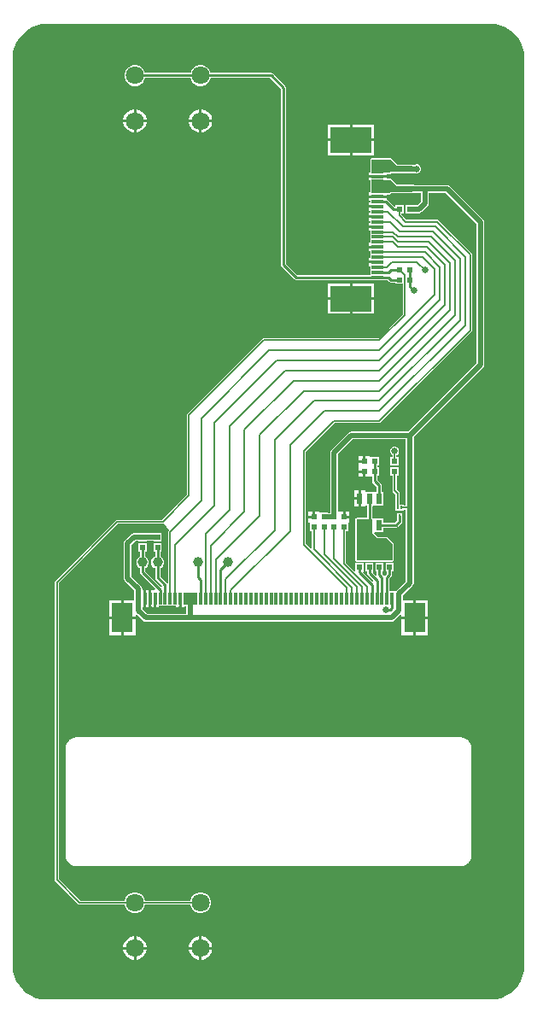
<source format=gbr>
%TF.GenerationSoftware,Altium Limited,Altium Designer,22.5.1 (42)*%
G04 Layer_Physical_Order=2*
G04 Layer_Color=15441517*
%FSLAX45Y45*%
%MOMM*%
%TF.SameCoordinates,2641221E-3FAC-4475-AA3C-923D0AF84551*%
%TF.FilePolarity,Positive*%
%TF.FileFunction,Copper,L2,Bot,Signal*%
%TF.Part,Single*%
G01*
G75*
%TA.AperFunction,Conductor*%
%ADD10C,0.50800*%
%ADD11C,0.12700*%
%TA.AperFunction,ComponentPad*%
%ADD12C,1.80000*%
%TA.AperFunction,WasherPad*%
%ADD13C,6.50000*%
%TA.AperFunction,ViaPad*%
%ADD14C,0.64000*%
%TA.AperFunction,SMDPad,CuDef*%
%ADD15R,0.55000X0.60000*%
%ADD16R,0.30000X1.20000*%
%ADD17R,0.60000X1.10000*%
%ADD18C,1.00000*%
%ADD19R,0.60000X0.55000*%
%ADD20R,0.20000X0.34000*%
%ADD21R,0.26000X0.34000*%
%ADD22R,4.10000X2.50000*%
%ADD23R,1.20000X0.30000*%
%ADD24R,2.10000X3.00000*%
%ADD25R,0.60000X0.60000*%
%TA.AperFunction,Conductor*%
%ADD26C,0.25400*%
%ADD27C,0.17780*%
%ADD28R,1.30000X1.20000*%
G36*
X2252650Y4832925D02*
X2304004Y4820596D01*
X2352798Y4800385D01*
X2397829Y4772790D01*
X2437989Y4738490D01*
X2472288Y4698330D01*
X2499883Y4653299D01*
X2520094Y4604506D01*
X2532423Y4553152D01*
X2535572Y4513143D01*
X2535711Y4500501D01*
D01*
X2535712Y4487811D01*
Y-4486809D01*
X2535711Y-4499499D01*
X2535711D01*
X2535572Y-4512141D01*
X2532423Y-4552150D01*
X2520094Y-4603504D01*
X2499883Y-4652298D01*
X2472288Y-4697329D01*
X2437989Y-4737488D01*
X2397829Y-4771788D01*
X2352798Y-4799383D01*
X2304004Y-4819594D01*
X2252650Y-4831923D01*
X2201734Y-4835930D01*
X2199999Y-4835212D01*
X-2200001D01*
X-2201736Y-4835930D01*
X-2252652Y-4831923D01*
X-2304006Y-4819594D01*
X-2352799Y-4799383D01*
X-2397830Y-4771788D01*
X-2437990Y-4737488D01*
X-2472290Y-4697329D01*
X-2499885Y-4652298D01*
X-2520096Y-4603504D01*
X-2532425Y-4552150D01*
X-2536432Y-4501235D01*
X-2535713Y-4499499D01*
X-2535713Y4500501D01*
X-2536432Y4502236D01*
X-2532425Y4553152D01*
X-2520096Y4604506D01*
X-2499885Y4653299D01*
X-2472290Y4698330D01*
X-2437990Y4738490D01*
X-2397830Y4772790D01*
X-2352799Y4800385D01*
X-2304006Y4820596D01*
X-2252652Y4832925D01*
X-2201736Y4836932D01*
X-2200001Y4836213D01*
X2199999D01*
X2201734Y4836932D01*
X2252650Y4832925D01*
D02*
G37*
%LPC*%
G36*
X-661479Y4427700D02*
X-688521D01*
X-714641Y4420701D01*
X-738059Y4407180D01*
X-757180Y4388059D01*
X-770701Y4364641D01*
X-774384Y4350898D01*
X-1225617D01*
X-1229299Y4364641D01*
X-1242820Y4388059D01*
X-1261941Y4407180D01*
X-1285359Y4420701D01*
X-1311479Y4427700D01*
X-1338521D01*
X-1364641Y4420701D01*
X-1388059Y4407180D01*
X-1407181Y4388059D01*
X-1420701Y4364641D01*
X-1427700Y4338521D01*
Y4311479D01*
X-1420701Y4285359D01*
X-1407181Y4261941D01*
X-1388059Y4242820D01*
X-1364641Y4229299D01*
X-1338521Y4222300D01*
X-1311479D01*
X-1285359Y4229299D01*
X-1261941Y4242820D01*
X-1242820Y4261941D01*
X-1229299Y4285359D01*
X-1225617Y4299102D01*
X-774384D01*
X-770701Y4285359D01*
X-757180Y4261941D01*
X-738059Y4242820D01*
X-714641Y4229299D01*
X-688521Y4222300D01*
X-661479D01*
X-635359Y4229299D01*
X-611941Y4242820D01*
X-592819Y4261941D01*
X-579299Y4285359D01*
X-575616Y4299102D01*
X16120D01*
X124102Y4191120D01*
Y2450000D01*
X126074Y2440089D01*
X131688Y2431688D01*
X256688Y2306688D01*
X265089Y2301074D01*
X275000Y2299102D01*
X1009800D01*
Y2297300D01*
X1155200D01*
Y2299102D01*
X1178026D01*
X1195441Y2281688D01*
X1203843Y2276074D01*
X1213753Y2274102D01*
X1257300D01*
Y2259800D01*
X1330242D01*
Y1957711D01*
X1091954Y1719423D01*
X-49999D01*
X-50000Y1719423D01*
X-57433Y1717944D01*
X-63734Y1713734D01*
X-802197Y975272D01*
X-806407Y968970D01*
X-807886Y961537D01*
Y169583D01*
X-1058045Y-80577D01*
X-1500000D01*
X-1507433Y-82055D01*
X-1513734Y-86266D01*
X-2113734Y-686266D01*
X-2117945Y-692567D01*
X-2119423Y-700000D01*
Y-3650000D01*
X-2117945Y-3657433D01*
X-2113734Y-3663734D01*
X-1888735Y-3888734D01*
X-1882433Y-3892944D01*
X-1875000Y-3894423D01*
X-1426119D01*
X-1420701Y-3914641D01*
X-1407181Y-3938059D01*
X-1388059Y-3957180D01*
X-1364641Y-3970701D01*
X-1338521Y-3977700D01*
X-1311479D01*
X-1285359Y-3970701D01*
X-1261941Y-3957180D01*
X-1242820Y-3938059D01*
X-1229299Y-3914641D01*
X-1223882Y-3894423D01*
X-776118D01*
X-770701Y-3914641D01*
X-757180Y-3938059D01*
X-738059Y-3957180D01*
X-714641Y-3970701D01*
X-688521Y-3977700D01*
X-661479D01*
X-635359Y-3970701D01*
X-611941Y-3957180D01*
X-592819Y-3938059D01*
X-579299Y-3914641D01*
X-572300Y-3888521D01*
Y-3861479D01*
X-579299Y-3835359D01*
X-592819Y-3811941D01*
X-611941Y-3792819D01*
X-635359Y-3779299D01*
X-661479Y-3772300D01*
X-688521D01*
X-714641Y-3779299D01*
X-738059Y-3792819D01*
X-757180Y-3811941D01*
X-770701Y-3835359D01*
X-776118Y-3855577D01*
X-1223882D01*
X-1229299Y-3835359D01*
X-1242820Y-3811941D01*
X-1261941Y-3792819D01*
X-1285359Y-3779299D01*
X-1311479Y-3772300D01*
X-1338521D01*
X-1364641Y-3779299D01*
X-1388059Y-3792819D01*
X-1407181Y-3811941D01*
X-1420701Y-3835359D01*
X-1426119Y-3855577D01*
X-1866955D01*
X-2080577Y-3641955D01*
Y-708046D01*
X-1491955Y-119423D01*
X-1050000D01*
X-1042567Y-117945D01*
X-1038424Y-115176D01*
X-986886Y-182739D01*
X-988734Y-184587D01*
X-992944Y-190888D01*
X-994423Y-198321D01*
Y-702183D01*
X-1005255Y-706161D01*
X-1007123Y-706252D01*
X-1074103Y-639272D01*
Y-557139D01*
X-1064484Y-553154D01*
X-1046846Y-535517D01*
X-1037300Y-512472D01*
Y-487528D01*
X-1046846Y-464483D01*
X-1064484Y-446846D01*
X-1074103Y-442861D01*
Y-392699D01*
X-1059800D01*
Y-307300D01*
X-1140200D01*
Y-392699D01*
X-1125898D01*
Y-442861D01*
X-1135517Y-446846D01*
X-1153154Y-464483D01*
X-1162700Y-487528D01*
Y-512472D01*
X-1153154Y-535517D01*
X-1135517Y-553154D01*
X-1125898Y-557139D01*
Y-649999D01*
X-1123926Y-659910D01*
X-1118312Y-668312D01*
X-1053840Y-732784D01*
X-1054850Y-740565D01*
X-1068091Y-745285D01*
X-1224102Y-589273D01*
Y-557139D01*
X-1214483Y-553154D01*
X-1196846Y-535517D01*
X-1187300Y-512472D01*
Y-487528D01*
X-1196846Y-464483D01*
X-1214483Y-446846D01*
X-1224102Y-442861D01*
Y-392699D01*
X-1209800D01*
Y-307300D01*
X-1290200D01*
Y-392699D01*
X-1275898D01*
Y-442861D01*
X-1285517Y-446846D01*
X-1303154Y-464483D01*
X-1312700Y-487528D01*
Y-512472D01*
X-1303154Y-535517D01*
X-1285517Y-553154D01*
X-1275898Y-557139D01*
Y-600000D01*
X-1273926Y-609911D01*
X-1268312Y-618312D01*
X-1123758Y-762867D01*
X-1128618Y-774600D01*
X-1162300D01*
Y-860000D01*
Y-945400D01*
X-1137700D01*
Y-860000D01*
X-1112300D01*
Y-945400D01*
X-1084600D01*
Y-932700D01*
X-915400D01*
Y-945400D01*
X-887700D01*
Y-860000D01*
X-862300D01*
Y-945400D01*
X-834600D01*
Y-933747D01*
X-813846D01*
Y-1011153D01*
X-1202653D01*
X-1252485Y-961322D01*
Y-945400D01*
X-1237700D01*
Y-860000D01*
Y-774600D01*
X-1252485D01*
Y-762828D01*
X-1255442Y-747962D01*
X-1263863Y-735359D01*
X-1361153Y-638069D01*
Y-329337D01*
X-1320663Y-288847D01*
X-1290200D01*
Y-292700D01*
X-1209800D01*
Y-288847D01*
X-1140200D01*
Y-292700D01*
X-1059800D01*
Y-207300D01*
X-1140200D01*
Y-211154D01*
X-1209800D01*
Y-207300D01*
X-1290200D01*
Y-211154D01*
X-1336754D01*
X-1351620Y-214111D01*
X-1364222Y-222532D01*
X-1427469Y-285778D01*
X-1435889Y-298381D01*
X-1438847Y-313247D01*
Y-654160D01*
X-1435889Y-669026D01*
X-1427469Y-681628D01*
X-1330178Y-778919D01*
Y-874600D01*
X-1437300D01*
Y-1037300D01*
X-1319600D01*
Y-1022042D01*
X-1306900Y-1016781D01*
X-1246213Y-1077469D01*
X-1233610Y-1085889D01*
X-1218744Y-1088846D01*
X-772365D01*
X-772056Y-1088908D01*
X-771746Y-1088846D01*
X1219970D01*
X1234836Y-1085889D01*
X1247439Y-1077469D01*
X1307867Y-1017041D01*
X1319600Y-1021901D01*
Y-1037300D01*
X1437300D01*
Y-874600D01*
X1332369D01*
Y-828025D01*
X1427469Y-732925D01*
X1435889Y-720323D01*
X1438847Y-705457D01*
Y50000D01*
Y100000D01*
Y741629D01*
X2127469Y1430251D01*
X2135890Y1442854D01*
X2138847Y1457720D01*
Y2870997D01*
X2135890Y2885863D01*
X2127469Y2898465D01*
X1798468Y3227466D01*
X1785865Y3235887D01*
X1771000Y3238844D01*
X1442691D01*
Y3242697D01*
X1432517D01*
X1429991Y3243744D01*
X1275685D01*
X1219708Y3299721D01*
X1209988Y3303747D01*
X1209987Y3303747D01*
X1167900D01*
Y3312300D01*
X1082500D01*
X997100D01*
Y3284600D01*
X1008754D01*
Y3165400D01*
X997100D01*
Y3137700D01*
X1082500D01*
X1167900D01*
Y3146254D01*
X1196577D01*
X1206297Y3150280D01*
X1206298Y3150280D01*
X1212269Y3156251D01*
X1429991D01*
X1432517Y3157297D01*
X1442691D01*
Y3161151D01*
X1511153D01*
Y3075269D01*
X1474731Y3038847D01*
X1442700D01*
Y3040200D01*
X1357300D01*
Y2959800D01*
X1442700D01*
Y2961154D01*
X1490821D01*
X1505687Y2964111D01*
X1518290Y2972532D01*
X1577469Y3031710D01*
X1585889Y3044313D01*
X1588846Y3059179D01*
Y3161151D01*
X1754909D01*
X2061154Y2854906D01*
Y1473811D01*
X1383909Y796566D01*
X820204D01*
X805338Y793609D01*
X792735Y785188D01*
X622531Y614984D01*
X614111Y602382D01*
X611153Y587516D01*
Y-7300D01*
X609800D01*
Y-11154D01*
X590200D01*
Y-7300D01*
X515600D01*
X509800Y-7300D01*
X502900Y2542D01*
Y5400D01*
X462700D01*
Y-50000D01*
X450000D01*
Y-62700D01*
X397100D01*
Y-105400D01*
X397887D01*
X409800Y-107300D01*
X409800Y-118101D01*
Y-192700D01*
X430577D01*
Y-360573D01*
X417877Y-365833D01*
X369423Y-317380D01*
Y597941D01*
X652059Y880577D01*
X1100000D01*
X1107433Y882055D01*
X1113734Y886266D01*
X2013734Y1786266D01*
X2017945Y1792567D01*
X2019423Y1800000D01*
Y2549999D01*
X2019423Y2550000D01*
X2017945Y2557433D01*
X2013734Y2563734D01*
X2013734Y2563735D01*
X1687700Y2889769D01*
X1681399Y2893979D01*
X1673966Y2895458D01*
X1369749D01*
X1319423Y2945784D01*
Y2959800D01*
X1342700D01*
Y3040200D01*
X1257300D01*
Y3033010D01*
X1244600Y3028844D01*
X1180131Y3093312D01*
X1171730Y3098926D01*
X1167900Y3099688D01*
Y3112300D01*
X1082500D01*
X997100D01*
Y3084600D01*
X1009800D01*
Y3065400D01*
X997100D01*
Y3037700D01*
X1082500D01*
Y3012300D01*
X997100D01*
Y2984600D01*
X1009800D01*
Y2965400D01*
X997100D01*
Y2937699D01*
X1082499D01*
Y2912299D01*
X997100D01*
Y2884600D01*
X1009800D01*
Y2865400D01*
X997100D01*
Y2837700D01*
X1082500D01*
Y2812300D01*
X997100D01*
Y2784600D01*
X1009800D01*
Y2697300D01*
X1009800D01*
Y2665400D01*
X997100D01*
Y2637700D01*
X1082500D01*
Y2612300D01*
X997100D01*
Y2584600D01*
X1009800D01*
Y2515400D01*
X997100D01*
Y2487700D01*
X1082500D01*
Y2462300D01*
X997100D01*
Y2434600D01*
X1009800D01*
Y2350898D01*
X285727D01*
X175898Y2460727D01*
Y4201847D01*
X173926Y4211758D01*
X168312Y4220160D01*
X45160Y4343312D01*
X36758Y4348926D01*
X26847Y4350898D01*
X-575616D01*
X-579299Y4364641D01*
X-592819Y4388059D01*
X-611941Y4407180D01*
X-635359Y4420701D01*
X-661479Y4427700D01*
D02*
G37*
G36*
X-659807Y3990400D02*
X-662300D01*
Y3887700D01*
X-559600D01*
Y3890193D01*
X-567464Y3919543D01*
X-582657Y3945857D01*
X-604143Y3967343D01*
X-630457Y3982535D01*
X-659807Y3990400D01*
D02*
G37*
G36*
X-687700D02*
X-690193D01*
X-719543Y3982535D01*
X-745857Y3967343D01*
X-767343Y3945857D01*
X-782535Y3919543D01*
X-790400Y3890193D01*
Y3887700D01*
X-687700D01*
Y3990400D01*
D02*
G37*
G36*
X-1309807D02*
X-1312300D01*
Y3887700D01*
X-1209600D01*
Y3890193D01*
X-1217465Y3919543D01*
X-1232657Y3945857D01*
X-1254143Y3967343D01*
X-1280457Y3982535D01*
X-1309807Y3990400D01*
D02*
G37*
G36*
X-1337700D02*
X-1340193D01*
X-1369543Y3982535D01*
X-1395857Y3967343D01*
X-1417343Y3945857D01*
X-1432536Y3919543D01*
X-1440400Y3890193D01*
Y3887700D01*
X-1337700D01*
Y3990400D01*
D02*
G37*
G36*
X-559600Y3862300D02*
X-662300D01*
Y3759600D01*
X-659807D01*
X-630457Y3767464D01*
X-604143Y3782657D01*
X-582657Y3804143D01*
X-567464Y3830457D01*
X-559600Y3859807D01*
Y3862300D01*
D02*
G37*
G36*
X-687700D02*
X-790400D01*
Y3859807D01*
X-782535Y3830457D01*
X-767343Y3804143D01*
X-745857Y3782657D01*
X-719543Y3767464D01*
X-690193Y3759600D01*
X-687700D01*
Y3862300D01*
D02*
G37*
G36*
X-1209600D02*
X-1312300D01*
Y3759600D01*
X-1309807D01*
X-1280457Y3767464D01*
X-1254143Y3782657D01*
X-1232657Y3804143D01*
X-1217465Y3830457D01*
X-1209600Y3859807D01*
Y3862300D01*
D02*
G37*
G36*
X-1337700D02*
X-1440400D01*
Y3859807D01*
X-1432536Y3830457D01*
X-1417343Y3804143D01*
X-1395857Y3782657D01*
X-1369543Y3767464D01*
X-1340193Y3759600D01*
X-1337700D01*
Y3862300D01*
D02*
G37*
G36*
X1047900Y3837400D02*
X830200D01*
Y3699699D01*
X1047900D01*
Y3837400D01*
D02*
G37*
G36*
X804800D02*
X587100D01*
Y3699699D01*
X804800D01*
Y3837400D01*
D02*
G37*
G36*
X1047900Y3674299D02*
X830200D01*
Y3536600D01*
X1047900D01*
Y3674299D01*
D02*
G37*
G36*
X804800D02*
X587100D01*
Y3536600D01*
X804800D01*
Y3674299D01*
D02*
G37*
G36*
X1209988Y3503747D02*
X1209987Y3503747D01*
X1022500D01*
X1019973Y3502700D01*
X1009800D01*
Y3492527D01*
X1008753Y3490000D01*
Y3365400D01*
X997100D01*
Y3337700D01*
X1082500D01*
X1167900D01*
Y3346253D01*
X1196577D01*
X1206297Y3350280D01*
X1206297Y3350280D01*
X1212268Y3356251D01*
X1429991D01*
X1430360Y3356404D01*
X1442691Y3357297D01*
X1454986Y3356322D01*
X1457459Y3355297D01*
X1475242D01*
X1491671Y3362102D01*
X1504245Y3374677D01*
X1511051Y3391106D01*
Y3408889D01*
X1504245Y3425318D01*
X1491671Y3437892D01*
X1475242Y3444697D01*
X1457459D01*
X1454986Y3443673D01*
X1442691Y3442698D01*
X1430360Y3443591D01*
X1429991Y3443744D01*
X1275685D01*
X1219708Y3499720D01*
X1209988Y3503747D01*
D02*
G37*
G36*
X1047900Y2263400D02*
X830200D01*
Y2125700D01*
X1047900D01*
Y2263400D01*
D02*
G37*
G36*
X804800D02*
X587100D01*
Y2125700D01*
X804800D01*
Y2263400D01*
D02*
G37*
G36*
X1047900Y2100300D02*
X830200D01*
Y1962600D01*
X1047900D01*
Y2100300D01*
D02*
G37*
G36*
X804800D02*
X587100D01*
Y1962600D01*
X804800D01*
Y2100300D01*
D02*
G37*
G36*
X437300Y5400D02*
X397100D01*
Y-37300D01*
X437300D01*
Y5400D01*
D02*
G37*
G36*
X-1187700Y-774600D02*
X-1212300D01*
Y-860000D01*
Y-945400D01*
X-1187700D01*
Y-860000D01*
Y-774600D01*
D02*
G37*
G36*
X1580400Y-874600D02*
X1462700D01*
Y-1037300D01*
X1580400D01*
Y-874600D01*
D02*
G37*
G36*
X-1462700D02*
X-1580400D01*
Y-1037300D01*
X-1462700D01*
Y-874600D01*
D02*
G37*
G36*
X1580400Y-1062700D02*
X1462700D01*
Y-1225400D01*
X1580400D01*
Y-1062700D01*
D02*
G37*
G36*
X1437300D02*
X1319600D01*
Y-1225400D01*
X1437300D01*
Y-1062700D01*
D02*
G37*
G36*
X-1319600D02*
X-1437300D01*
Y-1225400D01*
X-1319600D01*
Y-1062700D01*
D02*
G37*
G36*
X-1462700D02*
X-1580400D01*
Y-1225400D01*
X-1462700D01*
Y-1062700D01*
D02*
G37*
G36*
X1900000Y-2235713D02*
X-1900000D01*
X-1900392Y-2235875D01*
X-1903279Y-2236255D01*
X-1909849Y-2236255D01*
X-1911150Y-2236794D01*
X-1912531Y-2236519D01*
X-1926719Y-2239341D01*
X-1929551Y-2239714D01*
X-1930436Y-2240080D01*
X-1931851Y-2240362D01*
X-1933022Y-2241144D01*
X-1934430D01*
X-1952629Y-2248682D01*
X-1953624Y-2249677D01*
X-1955005Y-2249952D01*
X-1956205Y-2250754D01*
X-1957088Y-2251120D01*
X-1959351Y-2252857D01*
X-1971383Y-2260896D01*
X-1972166Y-2262067D01*
X-1973466Y-2262606D01*
X-1978117Y-2267256D01*
X-1980735Y-2269265D01*
X-1982743Y-2271882D01*
X-1987395Y-2276534D01*
X-1987934Y-2277835D01*
X-1989105Y-2278617D01*
X-1997147Y-2290653D01*
X-1998880Y-2292912D01*
X-1999245Y-2293794D01*
X-2000049Y-2294996D01*
X-2000323Y-2296377D01*
X-2001319Y-2297372D01*
X-2008857Y-2315571D01*
Y-2316979D01*
X-2009639Y-2318150D01*
X-2009922Y-2319569D01*
X-2010286Y-2320449D01*
X-2010657Y-2323264D01*
X-2013482Y-2337469D01*
X-2013208Y-2338851D01*
X-2013747Y-2340152D01*
X-2013746Y-2346732D01*
X-2014125Y-2349608D01*
X-2014287Y-2350000D01*
Y-3400001D01*
X-2014125Y-3400392D01*
X-2013746Y-3403270D01*
X-2013746Y-3409851D01*
X-2013208Y-3411152D01*
X-2013482Y-3412534D01*
X-2010656Y-3426740D01*
X-2010286Y-3429552D01*
X-2009922Y-3430430D01*
X-2009639Y-3431853D01*
X-2008857Y-3433024D01*
Y-3434432D01*
X-2001319Y-3452630D01*
X-2000323Y-3453626D01*
X-2000048Y-3455007D01*
X-1999243Y-3456212D01*
X-1998880Y-3457089D01*
X-1997156Y-3459335D01*
X-1989105Y-3471385D01*
X-1987934Y-3472168D01*
X-1987395Y-3473468D01*
X-1982737Y-3478126D01*
X-1980735Y-3480735D01*
X-1978125Y-3482738D01*
X-1973466Y-3487397D01*
X-1972166Y-3487936D01*
X-1971383Y-3489106D01*
X-1959334Y-3497157D01*
X-1957088Y-3498880D01*
X-1956211Y-3499244D01*
X-1955005Y-3500050D01*
X-1953624Y-3500324D01*
X-1952628Y-3501320D01*
X-1934429Y-3508858D01*
X-1933021D01*
X-1931851Y-3509640D01*
X-1930429Y-3509923D01*
X-1929551Y-3510287D01*
X-1926739Y-3510657D01*
X-1912531Y-3513483D01*
X-1911150Y-3513208D01*
X-1909849Y-3513747D01*
X-1903269Y-3513747D01*
X-1900392Y-3514126D01*
X-1900000Y-3514288D01*
X1900000Y-3514288D01*
X1900392Y-3514125D01*
X1903267Y-3513747D01*
X1909848Y-3513747D01*
X1911149Y-3513208D01*
X1912530Y-3513483D01*
X1926746Y-3510656D01*
X1929551Y-3510286D01*
X1930427Y-3509924D01*
X1931851Y-3509640D01*
X1933021Y-3508858D01*
X1934429D01*
X1952629Y-3501320D01*
X1953624Y-3500324D01*
X1955005Y-3500050D01*
X1956214Y-3499242D01*
X1957089Y-3498880D01*
X1959327Y-3497162D01*
X1971384Y-3489107D01*
X1972166Y-3487936D01*
X1973467Y-3487397D01*
X1978129Y-3482735D01*
X1980735Y-3480735D01*
X1982735Y-3478129D01*
X1987396Y-3473468D01*
X1987935Y-3472167D01*
X1989106Y-3471384D01*
X1997164Y-3459325D01*
X1998880Y-3457088D01*
X1999242Y-3456215D01*
X2000050Y-3455006D01*
X2000324Y-3453625D01*
X2001320Y-3452629D01*
X2008858Y-3434430D01*
Y-3433022D01*
X2009640Y-3431851D01*
X2009923Y-3430429D01*
X2010286Y-3429551D01*
X2010656Y-3426740D01*
X2013482Y-3412531D01*
X2013208Y-3411150D01*
X2013747Y-3409849D01*
X2013746Y-3403271D01*
X2014125Y-3400392D01*
X2014288Y-3400000D01*
Y-2350000D01*
X2014125Y-2349608D01*
X2013746Y-2346729D01*
X2013746Y-2340152D01*
X2013208Y-2338851D01*
X2013482Y-2337470D01*
X2010657Y-2323266D01*
X2010286Y-2320449D01*
X2009922Y-2319569D01*
X2009640Y-2318150D01*
X2008857Y-2316979D01*
Y-2315571D01*
X2001319Y-2297372D01*
X2000323Y-2296376D01*
X2000049Y-2294995D01*
X1999244Y-2293790D01*
X1998880Y-2292912D01*
X1997154Y-2290663D01*
X1989105Y-2278616D01*
X1987935Y-2277834D01*
X1987396Y-2276533D01*
X1982739Y-2271877D01*
X1980735Y-2269265D01*
X1978124Y-2267261D01*
X1973467Y-2262604D01*
X1972166Y-2262065D01*
X1971384Y-2260895D01*
X1959337Y-2252846D01*
X1957089Y-2251120D01*
X1956210Y-2250756D01*
X1955005Y-2249951D01*
X1953624Y-2249676D01*
X1952628Y-2248681D01*
X1934429Y-2241143D01*
X1933021D01*
X1931850Y-2240361D01*
X1930431Y-2240078D01*
X1929551Y-2239714D01*
X1926734Y-2239343D01*
X1912530Y-2236518D01*
X1911150Y-2236793D01*
X1909849Y-2236254D01*
X1903272Y-2236254D01*
X1900392Y-2235875D01*
X1900000Y-2235713D01*
D02*
G37*
G36*
X-659807Y-4209600D02*
X-662300D01*
Y-4312300D01*
X-559600D01*
Y-4309807D01*
X-567464Y-4280457D01*
X-582657Y-4254143D01*
X-604143Y-4232657D01*
X-630457Y-4217465D01*
X-659807Y-4209600D01*
D02*
G37*
G36*
X-687700D02*
X-690193D01*
X-719543Y-4217465D01*
X-745857Y-4232657D01*
X-767343Y-4254143D01*
X-782535Y-4280457D01*
X-790400Y-4309807D01*
Y-4312300D01*
X-687700D01*
Y-4209600D01*
D02*
G37*
G36*
X-1309807D02*
X-1312300D01*
Y-4312300D01*
X-1209600D01*
Y-4309807D01*
X-1217465Y-4280457D01*
X-1232657Y-4254143D01*
X-1254143Y-4232657D01*
X-1280457Y-4217465D01*
X-1309807Y-4209600D01*
D02*
G37*
G36*
X-1337700D02*
X-1340193D01*
X-1369543Y-4217465D01*
X-1395857Y-4232657D01*
X-1417343Y-4254143D01*
X-1432536Y-4280457D01*
X-1440400Y-4309807D01*
Y-4312300D01*
X-1337700D01*
Y-4209600D01*
D02*
G37*
G36*
X-559600Y-4337700D02*
X-662300D01*
Y-4440400D01*
X-659807D01*
X-630457Y-4432535D01*
X-604143Y-4417343D01*
X-582657Y-4395857D01*
X-567464Y-4369543D01*
X-559600Y-4340193D01*
Y-4337700D01*
D02*
G37*
G36*
X-687700D02*
X-790400D01*
Y-4340193D01*
X-782535Y-4369543D01*
X-767343Y-4395857D01*
X-745857Y-4417343D01*
X-719543Y-4432535D01*
X-690193Y-4440400D01*
X-687700D01*
Y-4337700D01*
D02*
G37*
G36*
X-1209600D02*
X-1312300D01*
Y-4440400D01*
X-1309807D01*
X-1280457Y-4432535D01*
X-1254143Y-4417343D01*
X-1232657Y-4395857D01*
X-1217465Y-4369543D01*
X-1209600Y-4340193D01*
Y-4337700D01*
D02*
G37*
G36*
X-1337700D02*
X-1440400D01*
Y-4340193D01*
X-1432536Y-4369543D01*
X-1417343Y-4395857D01*
X-1395857Y-4417343D01*
X-1369543Y-4432535D01*
X-1340193Y-4440400D01*
X-1337700D01*
Y-4337700D01*
D02*
G37*
%LPD*%
G36*
X1269991Y3229997D02*
X1429991D01*
Y3169997D01*
X1206574D01*
X1196577Y3160000D01*
X1022500D01*
Y3290000D01*
X1209988D01*
X1269991Y3229997D01*
D02*
G37*
G36*
X1361153Y100000D02*
Y65013D01*
X1341700D01*
Y72700D01*
X1303013D01*
Y183799D01*
X1301337Y192223D01*
X1296566Y199364D01*
X1272013Y223916D01*
Y357300D01*
X1290200D01*
Y442700D01*
X1209800D01*
Y357300D01*
X1227987D01*
Y214799D01*
X1229663Y206375D01*
X1234435Y199233D01*
X1258987Y174681D01*
Y72700D01*
X1258300D01*
Y13300D01*
X1341700D01*
Y20987D01*
X1361153D01*
Y-689366D01*
X1266054Y-784466D01*
X1264925Y-786155D01*
X1252700Y-787300D01*
X1252699Y-787300D01*
X1202701D01*
Y-787300D01*
X1200898D01*
Y-659896D01*
X1218312Y-642482D01*
X1223926Y-634081D01*
X1225897Y-624170D01*
Y-592700D01*
X1240200D01*
Y-507300D01*
X1159800D01*
Y-592700D01*
X1174102D01*
Y-613443D01*
X1158173Y-629372D01*
X1150186Y-630435D01*
X1144214Y-630048D01*
X1142521Y-629199D01*
X1125898Y-612575D01*
Y-592700D01*
X1140200D01*
Y-507300D01*
X1059800D01*
Y-592700D01*
X1074103D01*
Y-623303D01*
X1074381Y-624705D01*
X1062677Y-630961D01*
X1037116Y-605400D01*
X1040200Y-592700D01*
X1040200D01*
Y-507300D01*
X959800D01*
Y-592700D01*
X974102D01*
Y-604909D01*
X976074Y-614819D01*
X981688Y-623221D01*
X1041702Y-683236D01*
X1041158Y-685973D01*
X1027377Y-690153D01*
X937190Y-599966D01*
X940200Y-592700D01*
X940200D01*
Y-507300D01*
X859800D01*
Y-582248D01*
X847100Y-587508D01*
X769423Y-509831D01*
Y-192700D01*
X790200D01*
X790200Y-107300D01*
X802113Y-105400D01*
X802900D01*
Y-62700D01*
X750000D01*
Y-50000D01*
X737300D01*
Y5400D01*
X701547D01*
X697100Y5400D01*
X688846Y14681D01*
Y571425D01*
X836295Y718873D01*
X1361153D01*
Y100000D01*
D02*
G37*
%LPC*%
G36*
X937300Y552900D02*
X894600D01*
Y512700D01*
X937300D01*
Y552900D01*
D02*
G37*
G36*
X1258891Y644700D02*
X1241109D01*
X1224680Y637895D01*
X1212105Y625321D01*
X1205300Y608891D01*
Y591109D01*
X1212105Y574680D01*
X1224680Y562105D01*
X1230577Y559663D01*
Y542700D01*
X1209800D01*
Y457300D01*
X1290200D01*
Y542700D01*
X1269423D01*
Y559663D01*
X1275321Y562105D01*
X1287895Y574680D01*
X1294700Y591109D01*
Y608891D01*
X1287895Y625321D01*
X1275321Y637895D01*
X1258891Y644700D01*
D02*
G37*
G36*
X937300Y387300D02*
X894600D01*
Y347100D01*
X937300D01*
Y387300D01*
D02*
G37*
G36*
X1005400Y552900D02*
X962700D01*
Y500000D01*
X950000D01*
Y487300D01*
X894600D01*
Y447100D01*
Y412700D01*
X950000D01*
Y400000D01*
X962700D01*
Y347100D01*
X1005400D01*
Y347887D01*
X1005944Y351297D01*
X1019468Y355454D01*
X1024102Y350820D01*
Y306932D01*
X1026074Y297022D01*
X1031688Y288620D01*
X1069103Y251205D01*
Y206680D01*
X1060122Y197700D01*
X1042700Y197700D01*
X1039600Y197700D01*
X960400D01*
Y210400D01*
X917700D01*
Y130000D01*
Y49600D01*
X960400D01*
Y62300D01*
X974102D01*
Y-61253D01*
X872500D01*
X869973Y-62300D01*
X862300D01*
Y-66437D01*
X858753Y-75000D01*
Y-480000D01*
X859800Y-482527D01*
Y-492700D01*
X869973D01*
X872500Y-493747D01*
X1227500D01*
X1230026Y-492700D01*
X1240200D01*
Y-482527D01*
X1241246Y-480000D01*
Y-316692D01*
X1241247Y-316691D01*
X1237220Y-306971D01*
X1182589Y-252340D01*
X1172869Y-248314D01*
X1172869Y-248314D01*
X1086473D01*
X1045913Y-207754D01*
X1053819Y-197700D01*
X1056447Y-197700D01*
X1137700D01*
Y-155898D01*
X1264400D01*
X1274310Y-153926D01*
X1282712Y-148312D01*
X1318312Y-112712D01*
X1323926Y-104310D01*
X1325898Y-94400D01*
Y-43000D01*
X1325700Y-42007D01*
Y-13300D01*
X1274300D01*
Y-42007D01*
X1274102Y-43000D01*
Y-83673D01*
X1253673Y-104102D01*
X1137700D01*
Y-62300D01*
X1055400D01*
X1052300Y-62300D01*
X1042700D01*
X1039600Y-62300D01*
X1032527D01*
X1030000Y-61253D01*
X1025898D01*
Y53320D01*
X1034878Y62300D01*
X1052300Y62300D01*
X1055400Y62300D01*
X1137700D01*
Y197700D01*
X1120898D01*
Y261932D01*
X1118926Y271842D01*
X1113312Y280244D01*
X1075898Y317659D01*
Y359800D01*
X1092700D01*
Y440200D01*
X1075898D01*
Y459800D01*
X1092700D01*
Y540200D01*
X1007300Y540200D01*
X1005400Y552113D01*
Y552900D01*
D02*
G37*
G36*
X892300Y210400D02*
X849600D01*
Y142700D01*
X892300D01*
Y210400D01*
D02*
G37*
G36*
Y117300D02*
X849600D01*
Y49600D01*
X892300D01*
Y117300D01*
D02*
G37*
G36*
X762700Y5400D02*
Y-37300D01*
X802900D01*
Y5400D01*
X762700D01*
D02*
G37*
%LPD*%
G36*
X1030000Y-211282D02*
X1080779Y-262060D01*
X1172869D01*
X1227500Y-316691D01*
Y-480000D01*
X872500D01*
Y-75000D01*
X1030000D01*
Y-211282D01*
D02*
G37*
G36*
X1269991Y3429997D02*
X1429991D01*
Y3369997D01*
X1206574D01*
X1196577Y3360000D01*
X1022500D01*
Y3490000D01*
X1209988D01*
X1269991Y3429997D01*
D02*
G37*
D10*
X650000Y-50000D02*
Y587516D01*
X820204Y757720D02*
X1400000D01*
X650000Y587516D02*
X820204Y757720D01*
X550000Y-50000D02*
X650000D01*
X1400000Y50000D02*
Y100000D01*
Y-705457D02*
Y50000D01*
X-772117Y-1050000D02*
X-772056Y-1050061D01*
X-775000Y-1047117D02*
X-772117Y-1050000D01*
X1219970D01*
X-1218744D02*
X-772117D01*
X-775000Y-1047117D02*
Y-860000D01*
X-1250000Y-250000D02*
X-1100000D01*
X-1336754D02*
X-1250000D01*
X-1400000Y-313247D02*
X-1336754Y-250000D01*
X1399991Y3399997D02*
X1466351D01*
X1771000Y3199997D02*
X2100000Y2870997D01*
Y1457720D02*
Y2870997D01*
X1550000Y3199997D02*
X1771000D01*
X1399991D02*
X1550000D01*
Y3059179D02*
Y3199997D01*
X1490821Y3000000D02*
X1550000Y3059179D01*
X1400000Y3000000D02*
X1490821D01*
X1400000Y757720D02*
X2100000Y1457720D01*
X1400000Y100000D02*
Y757720D01*
X-1400000Y-654160D02*
Y-313247D01*
X-1291332Y-977412D02*
Y-762828D01*
Y-977412D02*
X-1218744Y-1050000D01*
X-1400000Y-654160D02*
X-1291332Y-762828D01*
X1219970Y-1050000D02*
X1293522Y-976448D01*
Y-811935D01*
X1400000Y-705457D01*
X1299991Y3199997D02*
X1399991D01*
D11*
X-1500000Y-100000D02*
X-1050000D01*
X-2100000Y-700000D02*
X-1500000Y-100000D01*
X-1050000D02*
X-788463Y161537D01*
X1100000Y1600000D02*
X1650000Y2150000D01*
X-666522Y926256D02*
X7223Y1600000D01*
X1100000D01*
X-538463Y885801D02*
X75736Y1500000D01*
X1100000D02*
X1700000Y2100000D01*
X75736Y1500000D02*
X1100000D01*
X-388463Y849594D02*
X161943Y1400000D01*
X1100000D02*
X1750000Y2050000D01*
X161943Y1400000D02*
X1100000D01*
X-238463Y811537D02*
X250000Y1300000D01*
X1100000D02*
X1800000Y2000000D01*
X250000Y1300000D02*
X1100000D01*
X1100000Y1200000D02*
X1850000Y1950000D01*
X-88463Y761537D02*
X350000Y1200000D01*
X1100000D01*
X1100000Y1100000D02*
X1900000Y1900000D01*
X61537Y711538D02*
X450000Y1100000D01*
X1100000D01*
X550000Y1000000D02*
X1100000D01*
X211537Y661537D02*
X550000Y1000000D01*
X1100000D02*
X1950000Y1850000D01*
X350000Y605987D02*
X644013Y900000D01*
X1100000D02*
X2000000Y1800000D01*
X644013Y900000D02*
X1100000D01*
X-50000Y1700000D02*
X1100000D01*
X1349665Y1949665D02*
Y2350335D01*
X1100000Y1700000D02*
X1349665Y1949665D01*
X1650000Y2150000D02*
Y2405025D01*
X1950000Y1850000D02*
Y2529289D01*
X1900000Y1900000D02*
Y2508578D01*
X1850000Y1950000D02*
Y2487868D01*
X1800000Y2000000D02*
Y2467157D01*
X1750000Y2050000D02*
Y2446447D01*
X1700000Y2100000D02*
Y2425736D01*
X550000Y-419180D02*
X875000Y-744180D01*
X550000Y-419180D02*
Y-143807D01*
X450000Y-372303D02*
Y-150000D01*
X350000Y-325425D02*
Y605987D01*
Y-325425D02*
X775000Y-750425D01*
Y-860000D02*
Y-750425D01*
X450000Y-372303D02*
X825000Y-747303D01*
Y-859999D02*
Y-747303D01*
X875000Y-860000D02*
Y-744180D01*
X650000Y-466951D02*
X925000Y-741951D01*
Y-860000D02*
Y-741951D01*
X650000Y-466951D02*
Y-150000D01*
X975000Y-859999D02*
Y-742877D01*
X750000Y-517877D02*
Y-150000D01*
Y-517877D02*
X975000Y-742877D01*
X-975000Y-198321D02*
X-666522Y110157D01*
X-238463Y1833D02*
Y811537D01*
X-788463Y161537D02*
Y961537D01*
X-50000Y1700000D01*
X-375000Y-775000D02*
X211537Y-188463D01*
X-925000Y-328977D02*
X-538463Y57560D01*
X-575000Y-334704D02*
X-238463Y1833D01*
X-88463Y-38463D02*
Y761537D01*
X-388463Y19110D02*
Y849594D01*
X-666522Y110157D02*
Y926256D01*
X-425000Y-670799D02*
X61537Y-184262D01*
X-625000Y-217427D02*
X-388463Y19110D01*
X-525000Y-475000D02*
X-88463Y-38463D01*
X-538463Y57560D02*
Y885801D01*
X211537Y-188463D02*
Y661537D01*
X61537Y-184262D02*
Y711538D01*
X-2100000Y-3650000D02*
X-1875000Y-3875000D01*
X-1325000D02*
X-675000D01*
X-1875000D02*
X-1325000D01*
X-2100000Y-3650000D02*
Y-700000D01*
X1300000Y2400000D02*
X1349665Y2350335D01*
X1250000Y500000D02*
Y600000D01*
X1174323Y2425000D02*
X1226796Y2477473D01*
X1472527D02*
X1550000Y2400000D01*
X1226796Y2477473D02*
X1472527D01*
X-975000Y-860000D02*
Y-198321D01*
X-925000Y-860000D02*
Y-328977D01*
X-575000Y-860000D02*
Y-334704D01*
X-625000Y-860000D02*
Y-217427D01*
X-425000Y-860000D02*
Y-670799D01*
X1302871Y2776034D02*
X1632544D01*
X1203906Y2875000D02*
X1302871Y2776034D01*
X1082500Y2875000D02*
X1203906D01*
X1530025Y2525000D02*
X1650000Y2405025D01*
X1082500Y2525000D02*
X1530025D01*
X1082500Y2575000D02*
X1083535Y2576034D01*
X1549702D01*
X1082500Y2725000D02*
X1229719D01*
X1278685Y2676034D01*
X1229720Y2675000D02*
X1278685Y2626034D01*
X1082500Y2675000D02*
X1229720D01*
X1229719Y2775000D02*
X1278685Y2726034D01*
X1082500Y2775000D02*
X1229719D01*
X1331266Y2826034D02*
X1653255D01*
X1182301Y2975000D02*
X1331266Y2826034D01*
X1082500Y2975000D02*
X1182301D01*
X1361704Y2876034D02*
X1673966D01*
X1300000Y2937738D02*
Y3000000D01*
Y2937738D02*
X1361704Y2876034D01*
X1278685Y2626034D02*
X1570412D01*
X1278685Y2676034D02*
X1591123D01*
X1278685Y2726034D02*
X1611834D01*
X1632544Y2776034D02*
X1900000Y2508578D01*
X1570412Y2626034D02*
X1750000Y2446447D01*
X1591123Y2676034D02*
X1800000Y2467157D01*
X1611834Y2726034D02*
X1850000Y2487868D01*
X1653255Y2826034D02*
X1950000Y2529289D01*
X1549702Y2576034D02*
X1700000Y2425736D01*
X1673966Y2876034D02*
X2000000Y2550000D01*
Y1800000D02*
Y2550000D01*
X-525000Y-860000D02*
Y-475000D01*
X-375000Y-860000D02*
Y-775000D01*
X1082500Y2425000D02*
X1174323D01*
D12*
X-1325000Y-3875000D02*
D03*
X-675000D02*
D03*
X-1325000Y-4325000D02*
D03*
X-675000D02*
D03*
X-1325000Y4325000D02*
D03*
X-675000D02*
D03*
X-1325000Y3875000D02*
D03*
X-675000D02*
D03*
D13*
X-2200001Y4500501D02*
D03*
X2199999D02*
D03*
Y-4499499D02*
D03*
X-2200001D02*
D03*
D14*
X450000Y50000D02*
D03*
X750000D02*
D03*
X1438943Y2193418D02*
D03*
X1466351Y3399997D02*
D03*
X1164206Y-975467D02*
D03*
X1466351Y3299990D02*
D03*
Y3099990D02*
D03*
X946140Y3325000D02*
D03*
Y3125000D02*
D03*
Y3025000D02*
D03*
Y2925000D02*
D03*
Y2825000D02*
D03*
Y2625000D02*
D03*
Y2475000D02*
D03*
X931698Y283681D02*
D03*
X-1164206Y-975468D02*
D03*
X-885794D02*
D03*
X1450000Y-850000D02*
D03*
X-1450000D02*
D03*
X1250000Y600000D02*
D03*
X1550000Y2400000D02*
D03*
D15*
X750000Y-150000D02*
D03*
Y-50000D02*
D03*
X650000Y-150000D02*
D03*
Y-50000D02*
D03*
X550000Y-150000D02*
D03*
Y-50000D02*
D03*
X450000Y-150000D02*
D03*
Y-50000D02*
D03*
X-1250000Y-250000D02*
D03*
Y-350000D02*
D03*
X-1100000Y-250000D02*
D03*
Y-350000D02*
D03*
X900000Y-550000D02*
D03*
Y-450000D02*
D03*
X1000000Y-550000D02*
D03*
Y-450000D02*
D03*
X1100000Y-550000D02*
D03*
Y-450000D02*
D03*
X1200000Y-550000D02*
D03*
Y-450000D02*
D03*
X1250000Y400000D02*
D03*
Y500000D02*
D03*
D16*
X975000Y-859999D02*
D03*
X-1225000Y-860000D02*
D03*
X-1175000D02*
D03*
X-1125000D02*
D03*
X-1075000D02*
D03*
X-1025000D02*
D03*
X-975000D02*
D03*
X-925000D02*
D03*
X-875000D02*
D03*
X-825000D02*
D03*
X-775000D02*
D03*
X-725000D02*
D03*
X-675000D02*
D03*
X-625000D02*
D03*
X-575000D02*
D03*
X-525000D02*
D03*
X-475000D02*
D03*
X-425000D02*
D03*
X-375000D02*
D03*
X-325000D02*
D03*
X-275000D02*
D03*
X-225000D02*
D03*
X-175000D02*
D03*
X-125000D02*
D03*
X-75000D02*
D03*
X-25000D02*
D03*
X25000D02*
D03*
X75000D02*
D03*
X125001Y-860000D02*
D03*
X175000Y-860000D02*
D03*
X225001Y-859999D02*
D03*
X275000D02*
D03*
X325000Y-860000D02*
D03*
X375000Y-860000D02*
D03*
X425000Y-860000D02*
D03*
X475000Y-860000D02*
D03*
X525000D02*
D03*
X575000Y-859999D02*
D03*
X625000Y-860000D02*
D03*
X1225000Y-860000D02*
D03*
X1175001Y-860000D02*
D03*
X1124999D02*
D03*
X1074999Y-859999D02*
D03*
X1025000Y-860000D02*
D03*
X925000Y-860000D02*
D03*
X875000Y-860000D02*
D03*
X825000Y-859999D02*
D03*
X775000Y-860000D02*
D03*
X725000D02*
D03*
X674999D02*
D03*
D17*
X1095000Y130000D02*
D03*
X1000000D02*
D03*
X905000D02*
D03*
Y-130000D02*
D03*
X1000000D02*
D03*
X1095000D02*
D03*
D18*
X-1250000Y-500000D02*
D03*
X-1100000D02*
D03*
X-700000D02*
D03*
X-400000D02*
D03*
D19*
X1400000Y3000000D02*
D03*
X1300000D02*
D03*
X1050000Y500000D02*
D03*
X950000D02*
D03*
X1050000Y400000D02*
D03*
X950000D02*
D03*
X1400000Y2400000D02*
D03*
X1300000D02*
D03*
X1400000Y2300000D02*
D03*
X1300000D02*
D03*
D20*
X1281000Y43000D02*
D03*
X1319000D02*
D03*
D21*
X1300000Y-43000D02*
D03*
D22*
X817500Y2113000D02*
D03*
Y3687000D02*
D03*
D23*
X1082500Y3475000D02*
D03*
X1082500Y3425000D02*
D03*
X1082500Y3375000D02*
D03*
Y3325000D02*
D03*
Y3275000D02*
D03*
X1082500Y3225000D02*
D03*
Y3175000D02*
D03*
X1082500Y3125000D02*
D03*
Y3075000D02*
D03*
Y3025000D02*
D03*
Y2975000D02*
D03*
Y2925000D02*
D03*
Y2325000D02*
D03*
Y2375000D02*
D03*
Y2425000D02*
D03*
Y2475000D02*
D03*
Y2525000D02*
D03*
Y2575000D02*
D03*
Y2625000D02*
D03*
X1082500Y2675000D02*
D03*
X1082500Y2725000D02*
D03*
Y2775000D02*
D03*
Y2825000D02*
D03*
Y2875000D02*
D03*
D24*
X-1450000Y-1050000D02*
D03*
X1450000D02*
D03*
D25*
X1299991Y3099990D02*
D03*
Y3199997D02*
D03*
X1399991Y3099990D02*
D03*
Y3199997D02*
D03*
Y3299990D02*
D03*
Y3399997D02*
D03*
X1299991Y3299990D02*
D03*
Y3399997D02*
D03*
D26*
X1025000Y-860000D02*
Y-724401D01*
X900000Y-599401D02*
Y-550000D01*
Y-599401D02*
X1025000Y-724401D01*
X1074999Y-859999D02*
Y-679908D01*
X1000000Y-604909D02*
Y-550000D01*
Y-604909D02*
X1074999Y-679908D01*
X1175001Y-860000D02*
Y-649169D01*
X1200000Y-624170D02*
Y-550000D01*
X1175001Y-649169D02*
X1200000Y-624170D01*
X1124999Y-860000D02*
Y-648302D01*
X1100000Y-623303D02*
X1124999Y-648302D01*
X1100000Y-623303D02*
Y-550000D01*
X-1325000Y4325000D02*
X-675000D01*
X26847D01*
X150000Y4201847D01*
X1400000Y2232361D02*
Y2300000D01*
Y2232361D02*
X1438943Y2193418D01*
X1400000Y2300000D02*
Y2400000D01*
X1164206Y-975467D02*
X1204245D01*
X1225000Y-954713D02*
Y-860000D01*
X1204245Y-975467D02*
X1225000Y-954713D01*
X-475000Y-860000D02*
Y-575000D01*
X-400000Y-500000D01*
X150000Y2450000D02*
Y4201847D01*
Y2450000D02*
X275000Y2325000D01*
X1082500D01*
X-1100000Y-500000D02*
Y-350000D01*
X-1250000Y-500000D02*
Y-350000D01*
Y-600000D02*
X-1075000Y-775000D01*
X-1250000Y-600000D02*
Y-500000D01*
X-1075000Y-860000D02*
Y-775000D01*
X-1100000Y-649999D02*
X-1025000Y-725000D01*
X-1100000Y-649999D02*
Y-500000D01*
X-700000Y-650000D02*
Y-500000D01*
Y-650000D02*
X-675000Y-675000D01*
X1082500Y3075000D02*
X1161819D01*
X1236819Y3000000D01*
X1300000D01*
X1082500Y2375000D02*
X1190283D01*
X1215283Y2400000D01*
X1300000D01*
X1213753Y2300000D02*
X1300000D01*
X1188753Y2325000D02*
X1213753Y2300000D01*
X1082500Y2325000D02*
X1188753D01*
X1300000Y-94400D02*
Y-43000D01*
X1095000Y-130000D02*
X1264400D01*
X1300000Y-94400D01*
X1050000Y400000D02*
Y500000D01*
Y306932D02*
Y400000D01*
Y306932D02*
X1095000Y261932D01*
Y130000D02*
Y261932D01*
X1000000Y-130000D02*
Y130000D01*
X-675000Y-860000D02*
Y-675000D01*
X-1025000Y-860000D02*
Y-725000D01*
D27*
X1393000Y43000D02*
X1400000Y50000D01*
X1319000Y43000D02*
X1393000D01*
X1398298Y101702D02*
X1400000Y100000D01*
X1250000Y214799D02*
Y400000D01*
Y214799D02*
X1281000Y183799D01*
Y43000D02*
Y183799D01*
D28*
X-775000Y-860001D02*
D03*
%TF.MD5,0369432d9b7ab3c515f2ee8ada563221*%
M02*

</source>
